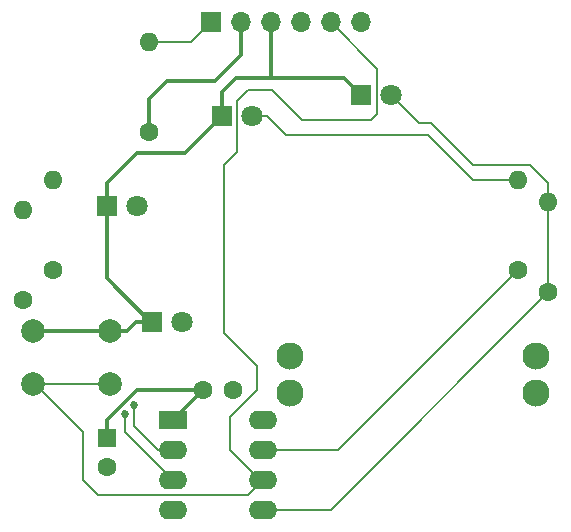
<source format=gtl>
G04 #@! TF.FileFunction,Copper,L1,Top,Signal*
%FSLAX46Y46*%
G04 Gerber Fmt 4.6, Leading zero omitted, Abs format (unit mm)*
G04 Created by KiCad (PCBNEW 4.0.7) date 12/15/17 11:54:43*
%MOMM*%
%LPD*%
G01*
G04 APERTURE LIST*
%ADD10C,0.100000*%
%ADD11C,2.300000*%
%ADD12R,1.600000X1.600000*%
%ADD13C,1.600000*%
%ADD14O,1.600000X1.600000*%
%ADD15R,2.400000X1.600000*%
%ADD16O,2.400000X1.600000*%
%ADD17R,1.800000X1.800000*%
%ADD18C,1.800000*%
%ADD19R,1.700000X1.700000*%
%ADD20O,1.700000X1.700000*%
%ADD21C,2.000000*%
%ADD22C,0.685800*%
%ADD23C,0.300000*%
%ADD24C,0.152400*%
G04 APERTURE END LIST*
D10*
D11*
X170420000Y-106910000D03*
X170420000Y-103810000D03*
X149620000Y-106910000D03*
X149620000Y-103810000D03*
D12*
X134112000Y-110744000D03*
D13*
X134112000Y-113244000D03*
X129540000Y-96520000D03*
D14*
X129540000Y-88900000D03*
D15*
X139700000Y-109220000D03*
D16*
X147320000Y-116840000D03*
X139700000Y-111760000D03*
X147320000Y-114300000D03*
X139700000Y-114300000D03*
X147320000Y-111760000D03*
X139700000Y-116840000D03*
X147320000Y-109220000D03*
D13*
X142240000Y-106680000D03*
X144740000Y-106680000D03*
D17*
X155625800Y-81752440D03*
D18*
X158165800Y-81752440D03*
D17*
X143845280Y-83520280D03*
D18*
X146385280Y-83520280D03*
D17*
X134066280Y-91119960D03*
D18*
X136606280Y-91119960D03*
D17*
X137922000Y-100954840D03*
D18*
X140462000Y-100954840D03*
D13*
X171450000Y-98425000D03*
D14*
X171450000Y-90805000D03*
D13*
X168910000Y-96520000D03*
D14*
X168910000Y-88900000D03*
D13*
X127000000Y-99060000D03*
D14*
X127000000Y-91440000D03*
D19*
X142875000Y-75565000D03*
D20*
X145415000Y-75565000D03*
X147955000Y-75565000D03*
X150495000Y-75565000D03*
X153035000Y-75565000D03*
X155575000Y-75565000D03*
D13*
X137668000Y-84836000D03*
D14*
X137668000Y-77216000D03*
D21*
X134366000Y-101672000D03*
X134366000Y-106172000D03*
X127866000Y-101672000D03*
X127866000Y-106172000D03*
D22*
X135636000Y-108712000D03*
X136398000Y-107950000D03*
D23*
X147955000Y-75565000D02*
X147955000Y-80264000D01*
X147955000Y-80264000D02*
X147828000Y-80264000D01*
X143845280Y-83520280D02*
X143845280Y-81452720D01*
X154137360Y-80264000D02*
X155625800Y-81752440D01*
X145034000Y-80264000D02*
X147828000Y-80264000D01*
X147828000Y-80264000D02*
X154137360Y-80264000D01*
X143845280Y-81452720D02*
X145034000Y-80264000D01*
X134066280Y-91119960D02*
X134066280Y-89199720D01*
X140751560Y-86614000D02*
X143845280Y-83520280D01*
X136652000Y-86614000D02*
X140751560Y-86614000D01*
X134066280Y-89199720D02*
X136652000Y-86614000D01*
X137922000Y-100954840D02*
X137784840Y-100954840D01*
X137784840Y-100954840D02*
X134066280Y-97236280D01*
X134066280Y-97236280D02*
X134066280Y-91119960D01*
X134366000Y-101672000D02*
X127866000Y-101672000D01*
X134366000Y-101672000D02*
X135818000Y-101672000D01*
X136535160Y-100954840D02*
X137922000Y-100954840D01*
X135818000Y-101672000D02*
X136535160Y-100954840D01*
D24*
X137922000Y-100954840D02*
X137922000Y-100838000D01*
D23*
X137668000Y-84836000D02*
X137668000Y-82042000D01*
X137668000Y-82042000D02*
X139192000Y-80518000D01*
X139192000Y-80518000D02*
X143256000Y-80518000D01*
X143256000Y-80518000D02*
X145415000Y-78359000D01*
X145415000Y-78359000D02*
X145415000Y-75565000D01*
X139700000Y-109220000D02*
X142240000Y-106680000D01*
X134112000Y-110744000D02*
X134112000Y-109220000D01*
X136652000Y-106680000D02*
X142240000Y-106680000D01*
X134112000Y-109220000D02*
X136652000Y-106680000D01*
D24*
X146385280Y-83520280D02*
X147655280Y-83520280D01*
X165100000Y-88900000D02*
X168910000Y-88900000D01*
X161290000Y-85090000D02*
X165100000Y-88900000D01*
X149225000Y-85090000D02*
X161290000Y-85090000D01*
X147655280Y-83520280D02*
X149225000Y-85090000D01*
X171450000Y-90805000D02*
X171450000Y-98425000D01*
X171450000Y-90805000D02*
X171450000Y-89154000D01*
X171450000Y-89154000D02*
X169926000Y-87630000D01*
X169926000Y-87630000D02*
X165100000Y-87630000D01*
X165100000Y-87630000D02*
X161544000Y-84074000D01*
X161544000Y-84074000D02*
X160487360Y-84074000D01*
X160487360Y-84074000D02*
X158165800Y-81752440D01*
X158059120Y-81280000D02*
X158008320Y-81229200D01*
X147320000Y-116840000D02*
X153035000Y-116840000D01*
X153035000Y-116840000D02*
X171450000Y-98425000D01*
X147320000Y-111760000D02*
X153670000Y-111760000D01*
X153670000Y-111760000D02*
X168910000Y-96520000D01*
X139700000Y-114300000D02*
X135636000Y-110236000D01*
X135636000Y-110236000D02*
X135636000Y-108712000D01*
X139700000Y-111760000D02*
X138430000Y-111760000D01*
X136398000Y-109728000D02*
X136398000Y-107950000D01*
X138430000Y-111760000D02*
X136398000Y-109728000D01*
X147320000Y-114300000D02*
X147066000Y-114300000D01*
X147066000Y-114300000D02*
X144526000Y-111760000D01*
X156972000Y-79502000D02*
X153035000Y-75565000D01*
X156972000Y-83312000D02*
X156972000Y-79502000D01*
X156464000Y-83820000D02*
X156972000Y-83312000D01*
X150622000Y-83820000D02*
X156464000Y-83820000D01*
X148082000Y-81280000D02*
X150622000Y-83820000D01*
X146050000Y-81280000D02*
X148082000Y-81280000D01*
X145149570Y-82180430D02*
X146050000Y-81280000D01*
X145149570Y-86498430D02*
X145149570Y-82180430D01*
X144018000Y-87630000D02*
X145149570Y-86498430D01*
X144018000Y-101854000D02*
X144018000Y-87630000D01*
X146812000Y-104648000D02*
X144018000Y-101854000D01*
X146812000Y-106680000D02*
X146812000Y-104648000D01*
X144526000Y-108966000D02*
X146812000Y-106680000D01*
X144526000Y-111760000D02*
X144526000Y-108966000D01*
X127866000Y-106172000D02*
X128016000Y-106172000D01*
X128016000Y-106172000D02*
X132080000Y-110236000D01*
X146050000Y-115570000D02*
X147320000Y-114300000D01*
X133350000Y-115570000D02*
X146050000Y-115570000D01*
X132080000Y-114300000D02*
X133350000Y-115570000D01*
X132080000Y-110236000D02*
X132080000Y-114300000D01*
X127866000Y-106172000D02*
X127866000Y-106784000D01*
X146304000Y-114300000D02*
X147320000Y-114300000D01*
X127866000Y-106172000D02*
X134366000Y-106172000D01*
X137668000Y-77216000D02*
X141224000Y-77216000D01*
X141224000Y-77216000D02*
X142875000Y-75565000D01*
M02*

</source>
